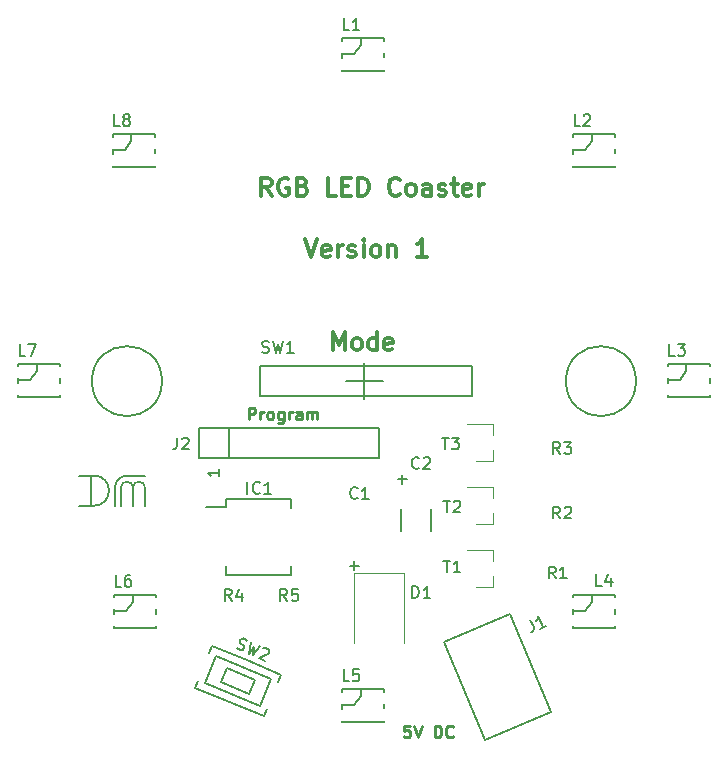
<source format=gbr>
G04 #@! TF.GenerationSoftware,KiCad,Pcbnew,5.0.0-fee4fd1~65~ubuntu17.10.1*
G04 #@! TF.CreationDate,2018-10-07T18:53:38+01:00*
G04 #@! TF.ProjectId,LED Coaster,4C454420436F61737465722E6B696361,rev?*
G04 #@! TF.SameCoordinates,Original*
G04 #@! TF.FileFunction,Legend,Top*
G04 #@! TF.FilePolarity,Positive*
%FSLAX46Y46*%
G04 Gerber Fmt 4.6, Leading zero omitted, Abs format (unit mm)*
G04 Created by KiCad (PCBNEW 5.0.0-fee4fd1~65~ubuntu17.10.1) date Sun Oct  7 18:53:38 2018*
%MOMM*%
%LPD*%
G01*
G04 APERTURE LIST*
%ADD10C,0.300000*%
%ADD11C,0.250000*%
%ADD12C,0.200000*%
%ADD13C,0.150000*%
%ADD14C,0.120000*%
G04 APERTURE END LIST*
D10*
X203319714Y-90872571D02*
X203819714Y-92372571D01*
X204319714Y-90872571D01*
X205391142Y-92301142D02*
X205248285Y-92372571D01*
X204962571Y-92372571D01*
X204819714Y-92301142D01*
X204748285Y-92158285D01*
X204748285Y-91586857D01*
X204819714Y-91444000D01*
X204962571Y-91372571D01*
X205248285Y-91372571D01*
X205391142Y-91444000D01*
X205462571Y-91586857D01*
X205462571Y-91729714D01*
X204748285Y-91872571D01*
X206105428Y-92372571D02*
X206105428Y-91372571D01*
X206105428Y-91658285D02*
X206176857Y-91515428D01*
X206248285Y-91444000D01*
X206391142Y-91372571D01*
X206534000Y-91372571D01*
X206962571Y-92301142D02*
X207105428Y-92372571D01*
X207391142Y-92372571D01*
X207534000Y-92301142D01*
X207605428Y-92158285D01*
X207605428Y-92086857D01*
X207534000Y-91944000D01*
X207391142Y-91872571D01*
X207176857Y-91872571D01*
X207034000Y-91801142D01*
X206962571Y-91658285D01*
X206962571Y-91586857D01*
X207034000Y-91444000D01*
X207176857Y-91372571D01*
X207391142Y-91372571D01*
X207534000Y-91444000D01*
X208248285Y-92372571D02*
X208248285Y-91372571D01*
X208248285Y-90872571D02*
X208176857Y-90944000D01*
X208248285Y-91015428D01*
X208319714Y-90944000D01*
X208248285Y-90872571D01*
X208248285Y-91015428D01*
X209176857Y-92372571D02*
X209034000Y-92301142D01*
X208962571Y-92229714D01*
X208891142Y-92086857D01*
X208891142Y-91658285D01*
X208962571Y-91515428D01*
X209034000Y-91444000D01*
X209176857Y-91372571D01*
X209391142Y-91372571D01*
X209534000Y-91444000D01*
X209605428Y-91515428D01*
X209676857Y-91658285D01*
X209676857Y-92086857D01*
X209605428Y-92229714D01*
X209534000Y-92301142D01*
X209391142Y-92372571D01*
X209176857Y-92372571D01*
X210319714Y-91372571D02*
X210319714Y-92372571D01*
X210319714Y-91515428D02*
X210391142Y-91444000D01*
X210534000Y-91372571D01*
X210748285Y-91372571D01*
X210891142Y-91444000D01*
X210962571Y-91586857D01*
X210962571Y-92372571D01*
X213605428Y-92372571D02*
X212748285Y-92372571D01*
X213176857Y-92372571D02*
X213176857Y-90872571D01*
X213034000Y-91086857D01*
X212891142Y-91229714D01*
X212748285Y-91301142D01*
X200450714Y-87165571D02*
X199950714Y-86451285D01*
X199593571Y-87165571D02*
X199593571Y-85665571D01*
X200165000Y-85665571D01*
X200307857Y-85737000D01*
X200379285Y-85808428D01*
X200450714Y-85951285D01*
X200450714Y-86165571D01*
X200379285Y-86308428D01*
X200307857Y-86379857D01*
X200165000Y-86451285D01*
X199593571Y-86451285D01*
X201879285Y-85737000D02*
X201736428Y-85665571D01*
X201522142Y-85665571D01*
X201307857Y-85737000D01*
X201165000Y-85879857D01*
X201093571Y-86022714D01*
X201022142Y-86308428D01*
X201022142Y-86522714D01*
X201093571Y-86808428D01*
X201165000Y-86951285D01*
X201307857Y-87094142D01*
X201522142Y-87165571D01*
X201665000Y-87165571D01*
X201879285Y-87094142D01*
X201950714Y-87022714D01*
X201950714Y-86522714D01*
X201665000Y-86522714D01*
X203093571Y-86379857D02*
X203307857Y-86451285D01*
X203379285Y-86522714D01*
X203450714Y-86665571D01*
X203450714Y-86879857D01*
X203379285Y-87022714D01*
X203307857Y-87094142D01*
X203165000Y-87165571D01*
X202593571Y-87165571D01*
X202593571Y-85665571D01*
X203093571Y-85665571D01*
X203236428Y-85737000D01*
X203307857Y-85808428D01*
X203379285Y-85951285D01*
X203379285Y-86094142D01*
X203307857Y-86237000D01*
X203236428Y-86308428D01*
X203093571Y-86379857D01*
X202593571Y-86379857D01*
X205950714Y-87165571D02*
X205236428Y-87165571D01*
X205236428Y-85665571D01*
X206450714Y-86379857D02*
X206950714Y-86379857D01*
X207165000Y-87165571D02*
X206450714Y-87165571D01*
X206450714Y-85665571D01*
X207165000Y-85665571D01*
X207807857Y-87165571D02*
X207807857Y-85665571D01*
X208165000Y-85665571D01*
X208379285Y-85737000D01*
X208522142Y-85879857D01*
X208593571Y-86022714D01*
X208665000Y-86308428D01*
X208665000Y-86522714D01*
X208593571Y-86808428D01*
X208522142Y-86951285D01*
X208379285Y-87094142D01*
X208165000Y-87165571D01*
X207807857Y-87165571D01*
X211307857Y-87022714D02*
X211236428Y-87094142D01*
X211022142Y-87165571D01*
X210879285Y-87165571D01*
X210665000Y-87094142D01*
X210522142Y-86951285D01*
X210450714Y-86808428D01*
X210379285Y-86522714D01*
X210379285Y-86308428D01*
X210450714Y-86022714D01*
X210522142Y-85879857D01*
X210665000Y-85737000D01*
X210879285Y-85665571D01*
X211022142Y-85665571D01*
X211236428Y-85737000D01*
X211307857Y-85808428D01*
X212165000Y-87165571D02*
X212022142Y-87094142D01*
X211950714Y-87022714D01*
X211879285Y-86879857D01*
X211879285Y-86451285D01*
X211950714Y-86308428D01*
X212022142Y-86237000D01*
X212165000Y-86165571D01*
X212379285Y-86165571D01*
X212522142Y-86237000D01*
X212593571Y-86308428D01*
X212665000Y-86451285D01*
X212665000Y-86879857D01*
X212593571Y-87022714D01*
X212522142Y-87094142D01*
X212379285Y-87165571D01*
X212165000Y-87165571D01*
X213950714Y-87165571D02*
X213950714Y-86379857D01*
X213879285Y-86237000D01*
X213736428Y-86165571D01*
X213450714Y-86165571D01*
X213307857Y-86237000D01*
X213950714Y-87094142D02*
X213807857Y-87165571D01*
X213450714Y-87165571D01*
X213307857Y-87094142D01*
X213236428Y-86951285D01*
X213236428Y-86808428D01*
X213307857Y-86665571D01*
X213450714Y-86594142D01*
X213807857Y-86594142D01*
X213950714Y-86522714D01*
X214593571Y-87094142D02*
X214736428Y-87165571D01*
X215022142Y-87165571D01*
X215165000Y-87094142D01*
X215236428Y-86951285D01*
X215236428Y-86879857D01*
X215165000Y-86737000D01*
X215022142Y-86665571D01*
X214807857Y-86665571D01*
X214665000Y-86594142D01*
X214593571Y-86451285D01*
X214593571Y-86379857D01*
X214665000Y-86237000D01*
X214807857Y-86165571D01*
X215022142Y-86165571D01*
X215165000Y-86237000D01*
X215665000Y-86165571D02*
X216236428Y-86165571D01*
X215879285Y-85665571D02*
X215879285Y-86951285D01*
X215950714Y-87094142D01*
X216093571Y-87165571D01*
X216236428Y-87165571D01*
X217307857Y-87094142D02*
X217165000Y-87165571D01*
X216879285Y-87165571D01*
X216736428Y-87094142D01*
X216665000Y-86951285D01*
X216665000Y-86379857D01*
X216736428Y-86237000D01*
X216879285Y-86165571D01*
X217165000Y-86165571D01*
X217307857Y-86237000D01*
X217379285Y-86379857D01*
X217379285Y-86522714D01*
X216665000Y-86665571D01*
X218022142Y-87165571D02*
X218022142Y-86165571D01*
X218022142Y-86451285D02*
X218093571Y-86308428D01*
X218165000Y-86237000D01*
X218307857Y-86165571D01*
X218450714Y-86165571D01*
D11*
X212169571Y-132040380D02*
X211693380Y-132040380D01*
X211645761Y-132516571D01*
X211693380Y-132468952D01*
X211788619Y-132421333D01*
X212026714Y-132421333D01*
X212121952Y-132468952D01*
X212169571Y-132516571D01*
X212217190Y-132611809D01*
X212217190Y-132849904D01*
X212169571Y-132945142D01*
X212121952Y-132992761D01*
X212026714Y-133040380D01*
X211788619Y-133040380D01*
X211693380Y-132992761D01*
X211645761Y-132945142D01*
X212502904Y-132040380D02*
X212836238Y-133040380D01*
X213169571Y-132040380D01*
X214264809Y-133040380D02*
X214264809Y-132040380D01*
X214502904Y-132040380D01*
X214645761Y-132088000D01*
X214741000Y-132183238D01*
X214788619Y-132278476D01*
X214836238Y-132468952D01*
X214836238Y-132611809D01*
X214788619Y-132802285D01*
X214741000Y-132897523D01*
X214645761Y-132992761D01*
X214502904Y-133040380D01*
X214264809Y-133040380D01*
X215836238Y-132945142D02*
X215788619Y-132992761D01*
X215645761Y-133040380D01*
X215550523Y-133040380D01*
X215407666Y-132992761D01*
X215312428Y-132897523D01*
X215264809Y-132802285D01*
X215217190Y-132611809D01*
X215217190Y-132468952D01*
X215264809Y-132278476D01*
X215312428Y-132183238D01*
X215407666Y-132088000D01*
X215550523Y-132040380D01*
X215645761Y-132040380D01*
X215788619Y-132088000D01*
X215836238Y-132135619D01*
D10*
X205653000Y-100246571D02*
X205653000Y-98746571D01*
X206153000Y-99818000D01*
X206653000Y-98746571D01*
X206653000Y-100246571D01*
X207581571Y-100246571D02*
X207438714Y-100175142D01*
X207367285Y-100103714D01*
X207295857Y-99960857D01*
X207295857Y-99532285D01*
X207367285Y-99389428D01*
X207438714Y-99318000D01*
X207581571Y-99246571D01*
X207795857Y-99246571D01*
X207938714Y-99318000D01*
X208010142Y-99389428D01*
X208081571Y-99532285D01*
X208081571Y-99960857D01*
X208010142Y-100103714D01*
X207938714Y-100175142D01*
X207795857Y-100246571D01*
X207581571Y-100246571D01*
X209367285Y-100246571D02*
X209367285Y-98746571D01*
X209367285Y-100175142D02*
X209224428Y-100246571D01*
X208938714Y-100246571D01*
X208795857Y-100175142D01*
X208724428Y-100103714D01*
X208653000Y-99960857D01*
X208653000Y-99532285D01*
X208724428Y-99389428D01*
X208795857Y-99318000D01*
X208938714Y-99246571D01*
X209224428Y-99246571D01*
X209367285Y-99318000D01*
X210653000Y-100175142D02*
X210510142Y-100246571D01*
X210224428Y-100246571D01*
X210081571Y-100175142D01*
X210010142Y-100032285D01*
X210010142Y-99460857D01*
X210081571Y-99318000D01*
X210224428Y-99246571D01*
X210510142Y-99246571D01*
X210653000Y-99318000D01*
X210724428Y-99460857D01*
X210724428Y-99603714D01*
X210010142Y-99746571D01*
D11*
X198517238Y-106116380D02*
X198517238Y-105116380D01*
X198898190Y-105116380D01*
X198993428Y-105164000D01*
X199041047Y-105211619D01*
X199088666Y-105306857D01*
X199088666Y-105449714D01*
X199041047Y-105544952D01*
X198993428Y-105592571D01*
X198898190Y-105640190D01*
X198517238Y-105640190D01*
X199517238Y-106116380D02*
X199517238Y-105449714D01*
X199517238Y-105640190D02*
X199564857Y-105544952D01*
X199612476Y-105497333D01*
X199707714Y-105449714D01*
X199802952Y-105449714D01*
X200279142Y-106116380D02*
X200183904Y-106068761D01*
X200136285Y-106021142D01*
X200088666Y-105925904D01*
X200088666Y-105640190D01*
X200136285Y-105544952D01*
X200183904Y-105497333D01*
X200279142Y-105449714D01*
X200422000Y-105449714D01*
X200517238Y-105497333D01*
X200564857Y-105544952D01*
X200612476Y-105640190D01*
X200612476Y-105925904D01*
X200564857Y-106021142D01*
X200517238Y-106068761D01*
X200422000Y-106116380D01*
X200279142Y-106116380D01*
X201469619Y-105449714D02*
X201469619Y-106259238D01*
X201422000Y-106354476D01*
X201374380Y-106402095D01*
X201279142Y-106449714D01*
X201136285Y-106449714D01*
X201041047Y-106402095D01*
X201469619Y-106068761D02*
X201374380Y-106116380D01*
X201183904Y-106116380D01*
X201088666Y-106068761D01*
X201041047Y-106021142D01*
X200993428Y-105925904D01*
X200993428Y-105640190D01*
X201041047Y-105544952D01*
X201088666Y-105497333D01*
X201183904Y-105449714D01*
X201374380Y-105449714D01*
X201469619Y-105497333D01*
X201945809Y-106116380D02*
X201945809Y-105449714D01*
X201945809Y-105640190D02*
X201993428Y-105544952D01*
X202041047Y-105497333D01*
X202136285Y-105449714D01*
X202231523Y-105449714D01*
X202993428Y-106116380D02*
X202993428Y-105592571D01*
X202945809Y-105497333D01*
X202850571Y-105449714D01*
X202660095Y-105449714D01*
X202564857Y-105497333D01*
X202993428Y-106068761D02*
X202898190Y-106116380D01*
X202660095Y-106116380D01*
X202564857Y-106068761D01*
X202517238Y-105973523D01*
X202517238Y-105878285D01*
X202564857Y-105783047D01*
X202660095Y-105735428D01*
X202898190Y-105735428D01*
X202993428Y-105687809D01*
X203469619Y-106116380D02*
X203469619Y-105449714D01*
X203469619Y-105544952D02*
X203517238Y-105497333D01*
X203612476Y-105449714D01*
X203755333Y-105449714D01*
X203850571Y-105497333D01*
X203898190Y-105592571D01*
X203898190Y-106116380D01*
X203898190Y-105592571D02*
X203945809Y-105497333D01*
X204041047Y-105449714D01*
X204183904Y-105449714D01*
X204279142Y-105497333D01*
X204326761Y-105592571D01*
X204326761Y-106116380D01*
D12*
X209931000Y-102870000D02*
X206756000Y-102870000D01*
X208280000Y-101346000D02*
X208280000Y-104394000D01*
D13*
G04 #@! TO.C,C2*
X213995000Y-113665000D02*
X213995000Y-115570000D01*
X211455000Y-115570000D02*
X211455000Y-113665000D01*
D14*
G04 #@! TO.C,D1*
X211660000Y-125028000D02*
X211660000Y-119158000D01*
X211660000Y-119158000D02*
X207440000Y-119158000D01*
X207440000Y-119158000D02*
X207440000Y-125028000D01*
D13*
G04 #@! TO.C,IC1*
X196640000Y-112873000D02*
X196640000Y-113528000D01*
X202140000Y-112873000D02*
X202140000Y-113623000D01*
X202140000Y-119283000D02*
X202140000Y-118533000D01*
X196640000Y-119283000D02*
X196640000Y-118533000D01*
X196640000Y-112873000D02*
X202140000Y-112873000D01*
X196640000Y-119283000D02*
X202140000Y-119283000D01*
X196640000Y-113528000D02*
X194890000Y-113528000D01*
G04 #@! TO.C,J1*
X218490035Y-133258737D02*
X215039379Y-124928115D01*
X215039379Y-124928115D02*
X220671348Y-122595277D01*
X220671348Y-122595277D02*
X224122005Y-130925898D01*
X224122005Y-130925898D02*
X218490035Y-133258737D01*
G04 #@! TO.C,J2*
X194310000Y-109347000D02*
X194310000Y-106807000D01*
X194310000Y-106807000D02*
X209550000Y-106807000D01*
X209550000Y-106807000D02*
X209550000Y-109347000D01*
X209550000Y-109347000D02*
X194310000Y-109347000D01*
X196850000Y-109347000D02*
X196850000Y-106807000D01*
G04 #@! TO.C,SW1*
X199466200Y-101600000D02*
X217449400Y-101600000D01*
X217449400Y-101600000D02*
X217449400Y-104140000D01*
X217449400Y-104140000D02*
X199466200Y-104140000D01*
X199466200Y-104140000D02*
X199466200Y-101600000D01*
G04 #@! TO.C,SW2*
X198341012Y-126510009D02*
X201274329Y-127725029D01*
X201274329Y-127725029D02*
X201031325Y-128311693D01*
X198341012Y-126510009D02*
X195407694Y-125294990D01*
X195407694Y-125294990D02*
X195164690Y-125881653D01*
X194192675Y-128228307D02*
X193949671Y-128814971D01*
X193949671Y-128814971D02*
X199816306Y-131245010D01*
X199816306Y-131245010D02*
X200059310Y-130658347D01*
X200444662Y-128068689D02*
X195751354Y-126124657D01*
X195751354Y-126124657D02*
X194779338Y-128471311D01*
X194779338Y-128471311D02*
X199472646Y-130415343D01*
X199472646Y-130415343D02*
X200444662Y-128068689D01*
X196681677Y-127197329D02*
X199028331Y-128169344D01*
X199028331Y-128169344D02*
X198542323Y-129342671D01*
X198542323Y-129342671D02*
X196195669Y-128370656D01*
X196195669Y-128370656D02*
X196681677Y-127197329D01*
D14*
G04 #@! TO.C,T1*
X219200000Y-120325000D02*
X219200000Y-119395000D01*
X219200000Y-117165000D02*
X219200000Y-118095000D01*
X219200000Y-117165000D02*
X217040000Y-117165000D01*
X219200000Y-120325000D02*
X217740000Y-120325000D01*
G04 #@! TO.C,T2*
X219200000Y-114991000D02*
X217740000Y-114991000D01*
X219200000Y-111831000D02*
X217040000Y-111831000D01*
X219200000Y-111831000D02*
X219200000Y-112761000D01*
X219200000Y-114991000D02*
X219200000Y-114061000D01*
G04 #@! TO.C,T3*
X219200000Y-109657000D02*
X219200000Y-108727000D01*
X219200000Y-106497000D02*
X219200000Y-107427000D01*
X219200000Y-106497000D02*
X217040000Y-106497000D01*
X219200000Y-109657000D02*
X217740000Y-109657000D01*
D13*
G04 #@! TO.C,L1*
X208026000Y-74422000D02*
X208026000Y-73850500D01*
X207454500Y-75184000D02*
X208026000Y-74422000D01*
X206438500Y-75184000D02*
X207454500Y-75184000D01*
X206438500Y-76644500D02*
X206438500Y-76517500D01*
X209994500Y-76517500D02*
X209994500Y-76644500D01*
X209994500Y-75057000D02*
X209994500Y-75438000D01*
X206438500Y-75057000D02*
X206438500Y-75501500D01*
X206438500Y-73850500D02*
X206438500Y-74041000D01*
X209994500Y-74041000D02*
X209994500Y-73850500D01*
X209994500Y-76644500D02*
X206438500Y-76644500D01*
X206438500Y-73850500D02*
X209994500Y-73850500D01*
G04 #@! TO.C,L2*
X225996500Y-81978500D02*
X229552500Y-81978500D01*
X229552500Y-84772500D02*
X225996500Y-84772500D01*
X229552500Y-82169000D02*
X229552500Y-81978500D01*
X225996500Y-81978500D02*
X225996500Y-82169000D01*
X225996500Y-83185000D02*
X225996500Y-83629500D01*
X229552500Y-83185000D02*
X229552500Y-83566000D01*
X229552500Y-84645500D02*
X229552500Y-84772500D01*
X225996500Y-84772500D02*
X225996500Y-84645500D01*
X225996500Y-83312000D02*
X227012500Y-83312000D01*
X227012500Y-83312000D02*
X227584000Y-82550000D01*
X227584000Y-82550000D02*
X227584000Y-81978500D01*
G04 #@! TO.C,L3*
X235585000Y-101981000D02*
X235585000Y-101409500D01*
X235013500Y-102743000D02*
X235585000Y-101981000D01*
X233997500Y-102743000D02*
X235013500Y-102743000D01*
X233997500Y-104203500D02*
X233997500Y-104076500D01*
X237553500Y-104076500D02*
X237553500Y-104203500D01*
X237553500Y-102616000D02*
X237553500Y-102997000D01*
X233997500Y-102616000D02*
X233997500Y-103060500D01*
X233997500Y-101409500D02*
X233997500Y-101600000D01*
X237553500Y-101600000D02*
X237553500Y-101409500D01*
X237553500Y-104203500D02*
X233997500Y-104203500D01*
X233997500Y-101409500D02*
X237553500Y-101409500D01*
G04 #@! TO.C,L4*
X225996500Y-120967500D02*
X229552500Y-120967500D01*
X229552500Y-123761500D02*
X225996500Y-123761500D01*
X229552500Y-121158000D02*
X229552500Y-120967500D01*
X225996500Y-120967500D02*
X225996500Y-121158000D01*
X225996500Y-122174000D02*
X225996500Y-122618500D01*
X229552500Y-122174000D02*
X229552500Y-122555000D01*
X229552500Y-123634500D02*
X229552500Y-123761500D01*
X225996500Y-123761500D02*
X225996500Y-123634500D01*
X225996500Y-122301000D02*
X227012500Y-122301000D01*
X227012500Y-122301000D02*
X227584000Y-121539000D01*
X227584000Y-121539000D02*
X227584000Y-120967500D01*
G04 #@! TO.C,L5*
X208026000Y-129540000D02*
X208026000Y-128968500D01*
X207454500Y-130302000D02*
X208026000Y-129540000D01*
X206438500Y-130302000D02*
X207454500Y-130302000D01*
X206438500Y-131762500D02*
X206438500Y-131635500D01*
X209994500Y-131635500D02*
X209994500Y-131762500D01*
X209994500Y-130175000D02*
X209994500Y-130556000D01*
X206438500Y-130175000D02*
X206438500Y-130619500D01*
X206438500Y-128968500D02*
X206438500Y-129159000D01*
X209994500Y-129159000D02*
X209994500Y-128968500D01*
X209994500Y-131762500D02*
X206438500Y-131762500D01*
X206438500Y-128968500D02*
X209994500Y-128968500D01*
G04 #@! TO.C,L6*
X187134500Y-120967500D02*
X190690500Y-120967500D01*
X190690500Y-123761500D02*
X187134500Y-123761500D01*
X190690500Y-121158000D02*
X190690500Y-120967500D01*
X187134500Y-120967500D02*
X187134500Y-121158000D01*
X187134500Y-122174000D02*
X187134500Y-122618500D01*
X190690500Y-122174000D02*
X190690500Y-122555000D01*
X190690500Y-123634500D02*
X190690500Y-123761500D01*
X187134500Y-123761500D02*
X187134500Y-123634500D01*
X187134500Y-122301000D02*
X188150500Y-122301000D01*
X188150500Y-122301000D02*
X188722000Y-121539000D01*
X188722000Y-121539000D02*
X188722000Y-120967500D01*
G04 #@! TO.C,L7*
X180594000Y-101981000D02*
X180594000Y-101409500D01*
X180022500Y-102743000D02*
X180594000Y-101981000D01*
X179006500Y-102743000D02*
X180022500Y-102743000D01*
X179006500Y-104203500D02*
X179006500Y-104076500D01*
X182562500Y-104076500D02*
X182562500Y-104203500D01*
X182562500Y-102616000D02*
X182562500Y-102997000D01*
X179006500Y-102616000D02*
X179006500Y-103060500D01*
X179006500Y-101409500D02*
X179006500Y-101600000D01*
X182562500Y-101600000D02*
X182562500Y-101409500D01*
X182562500Y-104203500D02*
X179006500Y-104203500D01*
X179006500Y-101409500D02*
X182562500Y-101409500D01*
G04 #@! TO.C,L8*
X187007500Y-81978500D02*
X190563500Y-81978500D01*
X190563500Y-84772500D02*
X187007500Y-84772500D01*
X190563500Y-82169000D02*
X190563500Y-81978500D01*
X187007500Y-81978500D02*
X187007500Y-82169000D01*
X187007500Y-83185000D02*
X187007500Y-83629500D01*
X190563500Y-83185000D02*
X190563500Y-83566000D01*
X190563500Y-84645500D02*
X190563500Y-84772500D01*
X187007500Y-84772500D02*
X187007500Y-84645500D01*
X187007500Y-83312000D02*
X188023500Y-83312000D01*
X188023500Y-83312000D02*
X188595000Y-82550000D01*
X188595000Y-82550000D02*
X188595000Y-81978500D01*
G04 #@! TO.C,Fix_Hole1*
X191178845Y-102870000D02*
G75*
G03X191178845Y-102870000I-2964845J0D01*
G01*
G04 #@! TO.C,Fix_Hole2*
X231310845Y-102870000D02*
G75*
G03X231310845Y-102870000I-2964845J0D01*
G01*
D12*
G04 #@! TO.C,-1*
X185420000Y-110871000D02*
G75*
G02X185420000Y-113411000I0J-1270000D01*
G01*
X185420000Y-110871000D02*
X184150000Y-110871000D01*
X185420000Y-113411000D02*
X184150000Y-113411000D01*
X185166000Y-113411000D02*
X185166000Y-110871000D01*
X187198000Y-111887000D02*
G75*
G02X188214000Y-110871000I1016000J0D01*
G01*
X187198000Y-111887000D02*
X187198000Y-113411000D01*
X188214000Y-110871000D02*
X189738000Y-110871000D01*
X187706000Y-111887000D02*
G75*
G02X188722000Y-111887000I508000J0D01*
G01*
X188722000Y-111887000D02*
G75*
G02X189738000Y-111887000I508000J0D01*
G01*
X187706000Y-111887000D02*
X187706000Y-113411000D01*
X188722000Y-111887000D02*
X188722000Y-113411000D01*
X189738000Y-111887000D02*
X189738000Y-113411000D01*
G04 #@! TO.C,C1*
D13*
X207732333Y-112752142D02*
X207684714Y-112799761D01*
X207541857Y-112847380D01*
X207446619Y-112847380D01*
X207303761Y-112799761D01*
X207208523Y-112704523D01*
X207160904Y-112609285D01*
X207113285Y-112418809D01*
X207113285Y-112275952D01*
X207160904Y-112085476D01*
X207208523Y-111990238D01*
X207303761Y-111895000D01*
X207446619Y-111847380D01*
X207541857Y-111847380D01*
X207684714Y-111895000D01*
X207732333Y-111942619D01*
X208684714Y-112847380D02*
X208113285Y-112847380D01*
X208399000Y-112847380D02*
X208399000Y-111847380D01*
X208303761Y-111990238D01*
X208208523Y-112085476D01*
X208113285Y-112133095D01*
G04 #@! TO.C,C2*
X212939333Y-110212142D02*
X212891714Y-110259761D01*
X212748857Y-110307380D01*
X212653619Y-110307380D01*
X212510761Y-110259761D01*
X212415523Y-110164523D01*
X212367904Y-110069285D01*
X212320285Y-109878809D01*
X212320285Y-109735952D01*
X212367904Y-109545476D01*
X212415523Y-109450238D01*
X212510761Y-109355000D01*
X212653619Y-109307380D01*
X212748857Y-109307380D01*
X212891714Y-109355000D01*
X212939333Y-109402619D01*
X213320285Y-109402619D02*
X213367904Y-109355000D01*
X213463142Y-109307380D01*
X213701238Y-109307380D01*
X213796476Y-109355000D01*
X213844095Y-109402619D01*
X213891714Y-109497857D01*
X213891714Y-109593095D01*
X213844095Y-109735952D01*
X213272666Y-110307380D01*
X213891714Y-110307380D01*
X211526428Y-111569452D02*
X211526428Y-110807547D01*
X211907380Y-111188500D02*
X211145476Y-111188500D01*
G04 #@! TO.C,D1*
X212367904Y-121229380D02*
X212367904Y-120229380D01*
X212606000Y-120229380D01*
X212748857Y-120277000D01*
X212844095Y-120372238D01*
X212891714Y-120467476D01*
X212939333Y-120657952D01*
X212939333Y-120800809D01*
X212891714Y-120991285D01*
X212844095Y-121086523D01*
X212748857Y-121181761D01*
X212606000Y-121229380D01*
X212367904Y-121229380D01*
X213891714Y-121229380D02*
X213320285Y-121229380D01*
X213606000Y-121229380D02*
X213606000Y-120229380D01*
X213510761Y-120372238D01*
X213415523Y-120467476D01*
X213320285Y-120515095D01*
X207462428Y-118871952D02*
X207462428Y-118110047D01*
X207843380Y-118491000D02*
X207081476Y-118491000D01*
G04 #@! TO.C,IC1*
X198413809Y-112400380D02*
X198413809Y-111400380D01*
X199461428Y-112305142D02*
X199413809Y-112352761D01*
X199270952Y-112400380D01*
X199175714Y-112400380D01*
X199032857Y-112352761D01*
X198937619Y-112257523D01*
X198890000Y-112162285D01*
X198842380Y-111971809D01*
X198842380Y-111828952D01*
X198890000Y-111638476D01*
X198937619Y-111543238D01*
X199032857Y-111448000D01*
X199175714Y-111400380D01*
X199270952Y-111400380D01*
X199413809Y-111448000D01*
X199461428Y-111495619D01*
X200413809Y-112400380D02*
X199842380Y-112400380D01*
X200128095Y-112400380D02*
X200128095Y-111400380D01*
X200032857Y-111543238D01*
X199937619Y-111638476D01*
X199842380Y-111686095D01*
G04 #@! TO.C,J1*
X222367475Y-123065627D02*
X222640820Y-123725541D01*
X222651495Y-123875746D01*
X222599953Y-124000181D01*
X222486193Y-124098844D01*
X222398204Y-124135290D01*
X223674038Y-123606823D02*
X223146107Y-123825499D01*
X223410072Y-123716161D02*
X223027389Y-122792281D01*
X222994069Y-122960710D01*
X222942527Y-123085145D01*
X222872761Y-123165585D01*
G04 #@! TO.C,J2*
X192452666Y-107656380D02*
X192452666Y-108370666D01*
X192405047Y-108513523D01*
X192309809Y-108608761D01*
X192166952Y-108656380D01*
X192071714Y-108656380D01*
X192881238Y-107751619D02*
X192928857Y-107704000D01*
X193024095Y-107656380D01*
X193262190Y-107656380D01*
X193357428Y-107704000D01*
X193405047Y-107751619D01*
X193452666Y-107846857D01*
X193452666Y-107942095D01*
X193405047Y-108084952D01*
X192833619Y-108656380D01*
X193452666Y-108656380D01*
X196032380Y-110331285D02*
X196032380Y-110902714D01*
X196032380Y-110617000D02*
X195032380Y-110617000D01*
X195175238Y-110712238D01*
X195270476Y-110807476D01*
X195318095Y-110902714D01*
G04 #@! TO.C,R1*
X224496333Y-119578380D02*
X224163000Y-119102190D01*
X223924904Y-119578380D02*
X223924904Y-118578380D01*
X224305857Y-118578380D01*
X224401095Y-118626000D01*
X224448714Y-118673619D01*
X224496333Y-118768857D01*
X224496333Y-118911714D01*
X224448714Y-119006952D01*
X224401095Y-119054571D01*
X224305857Y-119102190D01*
X223924904Y-119102190D01*
X225448714Y-119578380D02*
X224877285Y-119578380D01*
X225163000Y-119578380D02*
X225163000Y-118578380D01*
X225067761Y-118721238D01*
X224972523Y-118816476D01*
X224877285Y-118864095D01*
G04 #@! TO.C,R2*
X224877333Y-114498380D02*
X224544000Y-114022190D01*
X224305904Y-114498380D02*
X224305904Y-113498380D01*
X224686857Y-113498380D01*
X224782095Y-113546000D01*
X224829714Y-113593619D01*
X224877333Y-113688857D01*
X224877333Y-113831714D01*
X224829714Y-113926952D01*
X224782095Y-113974571D01*
X224686857Y-114022190D01*
X224305904Y-114022190D01*
X225258285Y-113593619D02*
X225305904Y-113546000D01*
X225401142Y-113498380D01*
X225639238Y-113498380D01*
X225734476Y-113546000D01*
X225782095Y-113593619D01*
X225829714Y-113688857D01*
X225829714Y-113784095D01*
X225782095Y-113926952D01*
X225210666Y-114498380D01*
X225829714Y-114498380D01*
G04 #@! TO.C,R3*
X224877333Y-109037380D02*
X224544000Y-108561190D01*
X224305904Y-109037380D02*
X224305904Y-108037380D01*
X224686857Y-108037380D01*
X224782095Y-108085000D01*
X224829714Y-108132619D01*
X224877333Y-108227857D01*
X224877333Y-108370714D01*
X224829714Y-108465952D01*
X224782095Y-108513571D01*
X224686857Y-108561190D01*
X224305904Y-108561190D01*
X225210666Y-108037380D02*
X225829714Y-108037380D01*
X225496380Y-108418333D01*
X225639238Y-108418333D01*
X225734476Y-108465952D01*
X225782095Y-108513571D01*
X225829714Y-108608809D01*
X225829714Y-108846904D01*
X225782095Y-108942142D01*
X225734476Y-108989761D01*
X225639238Y-109037380D01*
X225353523Y-109037380D01*
X225258285Y-108989761D01*
X225210666Y-108942142D01*
G04 #@! TO.C,R4*
X197064333Y-121483380D02*
X196731000Y-121007190D01*
X196492904Y-121483380D02*
X196492904Y-120483380D01*
X196873857Y-120483380D01*
X196969095Y-120531000D01*
X197016714Y-120578619D01*
X197064333Y-120673857D01*
X197064333Y-120816714D01*
X197016714Y-120911952D01*
X196969095Y-120959571D01*
X196873857Y-121007190D01*
X196492904Y-121007190D01*
X197921476Y-120816714D02*
X197921476Y-121483380D01*
X197683380Y-120435761D02*
X197445285Y-121150047D01*
X198064333Y-121150047D01*
G04 #@! TO.C,R5*
X201763333Y-121483380D02*
X201430000Y-121007190D01*
X201191904Y-121483380D02*
X201191904Y-120483380D01*
X201572857Y-120483380D01*
X201668095Y-120531000D01*
X201715714Y-120578619D01*
X201763333Y-120673857D01*
X201763333Y-120816714D01*
X201715714Y-120911952D01*
X201668095Y-120959571D01*
X201572857Y-121007190D01*
X201191904Y-121007190D01*
X202668095Y-120483380D02*
X202191904Y-120483380D01*
X202144285Y-120959571D01*
X202191904Y-120911952D01*
X202287142Y-120864333D01*
X202525238Y-120864333D01*
X202620476Y-120911952D01*
X202668095Y-120959571D01*
X202715714Y-121054809D01*
X202715714Y-121292904D01*
X202668095Y-121388142D01*
X202620476Y-121435761D01*
X202525238Y-121483380D01*
X202287142Y-121483380D01*
X202191904Y-121435761D01*
X202144285Y-121388142D01*
G04 #@! TO.C,SW1*
X199656866Y-100429961D02*
X199799723Y-100477580D01*
X200037819Y-100477580D01*
X200133057Y-100429961D01*
X200180676Y-100382342D01*
X200228295Y-100287104D01*
X200228295Y-100191866D01*
X200180676Y-100096628D01*
X200133057Y-100049009D01*
X200037819Y-100001390D01*
X199847342Y-99953771D01*
X199752104Y-99906152D01*
X199704485Y-99858533D01*
X199656866Y-99763295D01*
X199656866Y-99668057D01*
X199704485Y-99572819D01*
X199752104Y-99525200D01*
X199847342Y-99477580D01*
X200085438Y-99477580D01*
X200228295Y-99525200D01*
X200561628Y-99477580D02*
X200799723Y-100477580D01*
X200990200Y-99763295D01*
X201180676Y-100477580D01*
X201418771Y-99477580D01*
X202323533Y-100477580D02*
X201752104Y-100477580D01*
X202037819Y-100477580D02*
X202037819Y-99477580D01*
X201942580Y-99620438D01*
X201847342Y-99715676D01*
X201752104Y-99763295D01*
G04 #@! TO.C,SW2*
X197495264Y-125466706D02*
X197609024Y-125565369D01*
X197828996Y-125656485D01*
X197935207Y-125648936D01*
X197997424Y-125623165D01*
X198077865Y-125553400D01*
X198114311Y-125465411D01*
X198106762Y-125359200D01*
X198080991Y-125296982D01*
X198011226Y-125216542D01*
X197853472Y-125099656D01*
X197783706Y-125019215D01*
X197757935Y-124956998D01*
X197750387Y-124850786D01*
X197786833Y-124762798D01*
X197867273Y-124693032D01*
X197929490Y-124667261D01*
X198035702Y-124659713D01*
X198255673Y-124750828D01*
X198369433Y-124849491D01*
X198695616Y-124933058D02*
X198532904Y-125948053D01*
X198982226Y-125361031D01*
X198884858Y-126093837D01*
X199487513Y-125261073D01*
X199759026Y-125476622D02*
X199821244Y-125450851D01*
X199927455Y-125443303D01*
X200147427Y-125534418D01*
X200217192Y-125614858D01*
X200242963Y-125677076D01*
X200250512Y-125783287D01*
X200214065Y-125871276D01*
X200115402Y-125985035D01*
X199368795Y-126294290D01*
X199940720Y-126531190D01*
G04 #@! TO.C,T1*
X215011095Y-118070380D02*
X215582523Y-118070380D01*
X215296809Y-119070380D02*
X215296809Y-118070380D01*
X216439666Y-119070380D02*
X215868238Y-119070380D01*
X216153952Y-119070380D02*
X216153952Y-118070380D01*
X216058714Y-118213238D01*
X215963476Y-118308476D01*
X215868238Y-118356095D01*
G04 #@! TO.C,T2*
X215011095Y-112990380D02*
X215582523Y-112990380D01*
X215296809Y-113990380D02*
X215296809Y-112990380D01*
X215868238Y-113085619D02*
X215915857Y-113038000D01*
X216011095Y-112990380D01*
X216249190Y-112990380D01*
X216344428Y-113038000D01*
X216392047Y-113085619D01*
X216439666Y-113180857D01*
X216439666Y-113276095D01*
X216392047Y-113418952D01*
X215820619Y-113990380D01*
X216439666Y-113990380D01*
G04 #@! TO.C,T3*
X214884095Y-107656380D02*
X215455523Y-107656380D01*
X215169809Y-108656380D02*
X215169809Y-107656380D01*
X215693619Y-107656380D02*
X216312666Y-107656380D01*
X215979333Y-108037333D01*
X216122190Y-108037333D01*
X216217428Y-108084952D01*
X216265047Y-108132571D01*
X216312666Y-108227809D01*
X216312666Y-108465904D01*
X216265047Y-108561142D01*
X216217428Y-108608761D01*
X216122190Y-108656380D01*
X215836476Y-108656380D01*
X215741238Y-108608761D01*
X215693619Y-108561142D01*
G04 #@! TO.C,L1*
X207033833Y-73159880D02*
X206557642Y-73159880D01*
X206557642Y-72159880D01*
X207890976Y-73159880D02*
X207319547Y-73159880D01*
X207605261Y-73159880D02*
X207605261Y-72159880D01*
X207510023Y-72302738D01*
X207414785Y-72397976D01*
X207319547Y-72445595D01*
G04 #@! TO.C,L2*
X226591833Y-81287880D02*
X226115642Y-81287880D01*
X226115642Y-80287880D01*
X226877547Y-80383119D02*
X226925166Y-80335500D01*
X227020404Y-80287880D01*
X227258500Y-80287880D01*
X227353738Y-80335500D01*
X227401357Y-80383119D01*
X227448976Y-80478357D01*
X227448976Y-80573595D01*
X227401357Y-80716452D01*
X226829928Y-81287880D01*
X227448976Y-81287880D01*
G04 #@! TO.C,L3*
X234592833Y-100718880D02*
X234116642Y-100718880D01*
X234116642Y-99718880D01*
X234830928Y-99718880D02*
X235449976Y-99718880D01*
X235116642Y-100099833D01*
X235259500Y-100099833D01*
X235354738Y-100147452D01*
X235402357Y-100195071D01*
X235449976Y-100290309D01*
X235449976Y-100528404D01*
X235402357Y-100623642D01*
X235354738Y-100671261D01*
X235259500Y-100718880D01*
X234973785Y-100718880D01*
X234878547Y-100671261D01*
X234830928Y-100623642D01*
G04 #@! TO.C,L4*
X228433333Y-120213380D02*
X227957142Y-120213380D01*
X227957142Y-119213380D01*
X229195238Y-119546714D02*
X229195238Y-120213380D01*
X228957142Y-119165761D02*
X228719047Y-119880047D01*
X229338095Y-119880047D01*
G04 #@! TO.C,L5*
X207033833Y-128277880D02*
X206557642Y-128277880D01*
X206557642Y-127277880D01*
X207843357Y-127277880D02*
X207367166Y-127277880D01*
X207319547Y-127754071D01*
X207367166Y-127706452D01*
X207462404Y-127658833D01*
X207700500Y-127658833D01*
X207795738Y-127706452D01*
X207843357Y-127754071D01*
X207890976Y-127849309D01*
X207890976Y-128087404D01*
X207843357Y-128182642D01*
X207795738Y-128230261D01*
X207700500Y-128277880D01*
X207462404Y-128277880D01*
X207367166Y-128230261D01*
X207319547Y-128182642D01*
G04 #@! TO.C,L6*
X187729833Y-120276880D02*
X187253642Y-120276880D01*
X187253642Y-119276880D01*
X188491738Y-119276880D02*
X188301261Y-119276880D01*
X188206023Y-119324500D01*
X188158404Y-119372119D01*
X188063166Y-119514976D01*
X188015547Y-119705452D01*
X188015547Y-120086404D01*
X188063166Y-120181642D01*
X188110785Y-120229261D01*
X188206023Y-120276880D01*
X188396500Y-120276880D01*
X188491738Y-120229261D01*
X188539357Y-120181642D01*
X188586976Y-120086404D01*
X188586976Y-119848309D01*
X188539357Y-119753071D01*
X188491738Y-119705452D01*
X188396500Y-119657833D01*
X188206023Y-119657833D01*
X188110785Y-119705452D01*
X188063166Y-119753071D01*
X188015547Y-119848309D01*
G04 #@! TO.C,L7*
X179601833Y-100718880D02*
X179125642Y-100718880D01*
X179125642Y-99718880D01*
X179839928Y-99718880D02*
X180506595Y-99718880D01*
X180078023Y-100718880D01*
G04 #@! TO.C,L8*
X187602833Y-81287880D02*
X187126642Y-81287880D01*
X187126642Y-80287880D01*
X188079023Y-80716452D02*
X187983785Y-80668833D01*
X187936166Y-80621214D01*
X187888547Y-80525976D01*
X187888547Y-80478357D01*
X187936166Y-80383119D01*
X187983785Y-80335500D01*
X188079023Y-80287880D01*
X188269500Y-80287880D01*
X188364738Y-80335500D01*
X188412357Y-80383119D01*
X188459976Y-80478357D01*
X188459976Y-80525976D01*
X188412357Y-80621214D01*
X188364738Y-80668833D01*
X188269500Y-80716452D01*
X188079023Y-80716452D01*
X187983785Y-80764071D01*
X187936166Y-80811690D01*
X187888547Y-80906928D01*
X187888547Y-81097404D01*
X187936166Y-81192642D01*
X187983785Y-81240261D01*
X188079023Y-81287880D01*
X188269500Y-81287880D01*
X188364738Y-81240261D01*
X188412357Y-81192642D01*
X188459976Y-81097404D01*
X188459976Y-80906928D01*
X188412357Y-80811690D01*
X188364738Y-80764071D01*
X188269500Y-80716452D01*
G04 #@! TD*
M02*

</source>
